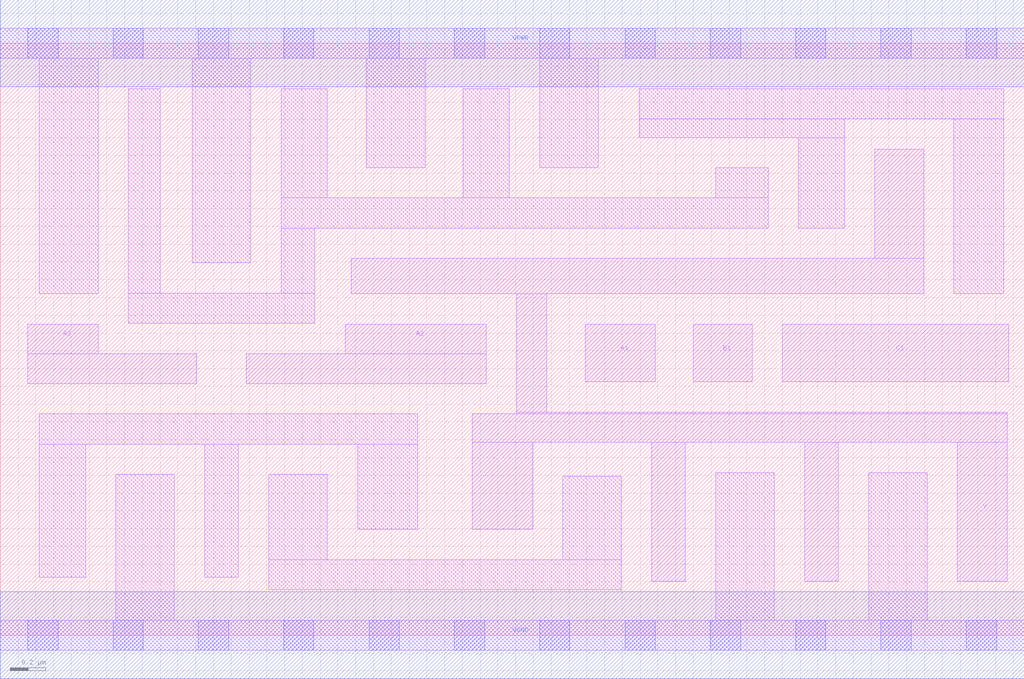
<source format=lef>
# Copyright 2020 The SkyWater PDK Authors
#
# Licensed under the Apache License, Version 2.0 (the "License");
# you may not use this file except in compliance with the License.
# You may obtain a copy of the License at
#
#     https://www.apache.org/licenses/LICENSE-2.0
#
# Unless required by applicable law or agreed to in writing, software
# distributed under the License is distributed on an "AS IS" BASIS,
# WITHOUT WARRANTIES OR CONDITIONS OF ANY KIND, either express or implied.
# See the License for the specific language governing permissions and
# limitations under the License.
#
# SPDX-License-Identifier: Apache-2.0

VERSION 5.7 ;
  NOWIREEXTENSIONATPIN ON ;
  DIVIDERCHAR "/" ;
  BUSBITCHARS "[]" ;
UNITS
  DATABASE MICRONS 200 ;
END UNITS
MACRO sky130_fd_sc_lp__a311oi_2
  CLASS CORE ;
  FOREIGN sky130_fd_sc_lp__a311oi_2 ;
  ORIGIN  0.000000  0.000000 ;
  SIZE  5.760000 BY  3.330000 ;
  SYMMETRY X Y R90 ;
  SITE unit ;
  PIN A1
    ANTENNAGATEAREA  0.630000 ;
    DIRECTION INPUT ;
    USE SIGNAL ;
    PORT
      LAYER li1 ;
        RECT 3.290000 1.425000 3.685000 1.750000 ;
    END
  END A1
  PIN A2
    ANTENNAGATEAREA  0.630000 ;
    DIRECTION INPUT ;
    USE SIGNAL ;
    PORT
      LAYER li1 ;
        RECT 1.385000 1.415000 2.735000 1.585000 ;
        RECT 1.940000 1.585000 2.735000 1.750000 ;
    END
  END A2
  PIN A3
    ANTENNAGATEAREA  0.630000 ;
    DIRECTION INPUT ;
    USE SIGNAL ;
    PORT
      LAYER li1 ;
        RECT 0.155000 1.415000 1.105000 1.585000 ;
        RECT 0.155000 1.585000 0.550000 1.750000 ;
    END
  END A3
  PIN B1
    ANTENNAGATEAREA  0.630000 ;
    DIRECTION INPUT ;
    USE SIGNAL ;
    PORT
      LAYER li1 ;
        RECT 3.900000 1.425000 4.230000 1.750000 ;
    END
  END B1
  PIN C1
    ANTENNAGATEAREA  0.630000 ;
    DIRECTION INPUT ;
    USE SIGNAL ;
    PORT
      LAYER li1 ;
        RECT 4.400000 1.425000 5.675000 1.750000 ;
    END
  END C1
  PIN Y
    ANTENNADIFFAREA  1.352400 ;
    DIRECTION OUTPUT ;
    USE SIGNAL ;
    PORT
      LAYER li1 ;
        RECT 1.975000 1.920000 5.195000 2.120000 ;
        RECT 2.655000 0.595000 2.995000 1.085000 ;
        RECT 2.655000 1.085000 5.665000 1.245000 ;
        RECT 2.905000 1.245000 5.665000 1.255000 ;
        RECT 2.905000 1.255000 3.075000 1.920000 ;
        RECT 3.665000 0.305000 3.855000 1.085000 ;
        RECT 4.525000 0.305000 4.715000 1.085000 ;
        RECT 4.920000 2.120000 5.195000 2.735000 ;
        RECT 5.385000 0.305000 5.665000 1.085000 ;
    END
  END Y
  PIN VGND
    DIRECTION INOUT ;
    USE GROUND ;
    PORT
      LAYER met1 ;
        RECT 0.000000 -0.245000 5.760000 0.245000 ;
    END
  END VGND
  PIN VPWR
    DIRECTION INOUT ;
    USE POWER ;
    PORT
      LAYER met1 ;
        RECT 0.000000 3.085000 5.760000 3.575000 ;
    END
  END VPWR
  OBS
    LAYER li1 ;
      RECT 0.000000 -0.085000 5.760000 0.085000 ;
      RECT 0.000000  3.245000 5.760000 3.415000 ;
      RECT 0.220000  0.325000 0.480000 1.075000 ;
      RECT 0.220000  1.075000 2.350000 1.245000 ;
      RECT 0.220000  1.920000 0.550000 3.245000 ;
      RECT 0.650000  0.085000 0.980000 0.905000 ;
      RECT 0.720000  1.755000 1.770000 1.925000 ;
      RECT 0.720000  1.925000 0.900000 3.075000 ;
      RECT 1.080000  2.095000 1.410000 3.245000 ;
      RECT 1.150000  0.325000 1.340000 1.075000 ;
      RECT 1.510000  0.255000 3.495000 0.425000 ;
      RECT 1.510000  0.425000 1.840000 0.905000 ;
      RECT 1.580000  1.925000 1.770000 2.290000 ;
      RECT 1.580000  2.290000 4.320000 2.460000 ;
      RECT 1.580000  2.460000 1.840000 3.075000 ;
      RECT 2.010000  0.595000 2.350000 1.075000 ;
      RECT 2.060000  2.630000 2.390000 3.245000 ;
      RECT 2.605000  2.460000 2.865000 3.075000 ;
      RECT 3.035000  2.630000 3.365000 3.245000 ;
      RECT 3.165000  0.425000 3.495000 0.895000 ;
      RECT 3.595000  2.800000 4.750000 2.905000 ;
      RECT 3.595000  2.905000 5.645000 3.075000 ;
      RECT 4.025000  0.085000 4.355000 0.915000 ;
      RECT 4.025000  2.460000 4.320000 2.630000 ;
      RECT 4.490000  2.290000 4.750000 2.800000 ;
      RECT 4.885000  0.085000 5.215000 0.915000 ;
      RECT 5.365000  1.920000 5.645000 2.905000 ;
    LAYER mcon ;
      RECT 0.155000 -0.085000 0.325000 0.085000 ;
      RECT 0.155000  3.245000 0.325000 3.415000 ;
      RECT 0.635000 -0.085000 0.805000 0.085000 ;
      RECT 0.635000  3.245000 0.805000 3.415000 ;
      RECT 1.115000 -0.085000 1.285000 0.085000 ;
      RECT 1.115000  3.245000 1.285000 3.415000 ;
      RECT 1.595000 -0.085000 1.765000 0.085000 ;
      RECT 1.595000  3.245000 1.765000 3.415000 ;
      RECT 2.075000 -0.085000 2.245000 0.085000 ;
      RECT 2.075000  3.245000 2.245000 3.415000 ;
      RECT 2.555000 -0.085000 2.725000 0.085000 ;
      RECT 2.555000  3.245000 2.725000 3.415000 ;
      RECT 3.035000 -0.085000 3.205000 0.085000 ;
      RECT 3.035000  3.245000 3.205000 3.415000 ;
      RECT 3.515000 -0.085000 3.685000 0.085000 ;
      RECT 3.515000  3.245000 3.685000 3.415000 ;
      RECT 3.995000 -0.085000 4.165000 0.085000 ;
      RECT 3.995000  3.245000 4.165000 3.415000 ;
      RECT 4.475000 -0.085000 4.645000 0.085000 ;
      RECT 4.475000  3.245000 4.645000 3.415000 ;
      RECT 4.955000 -0.085000 5.125000 0.085000 ;
      RECT 4.955000  3.245000 5.125000 3.415000 ;
      RECT 5.435000 -0.085000 5.605000 0.085000 ;
      RECT 5.435000  3.245000 5.605000 3.415000 ;
  END
END sky130_fd_sc_lp__a311oi_2
END LIBRARY

</source>
